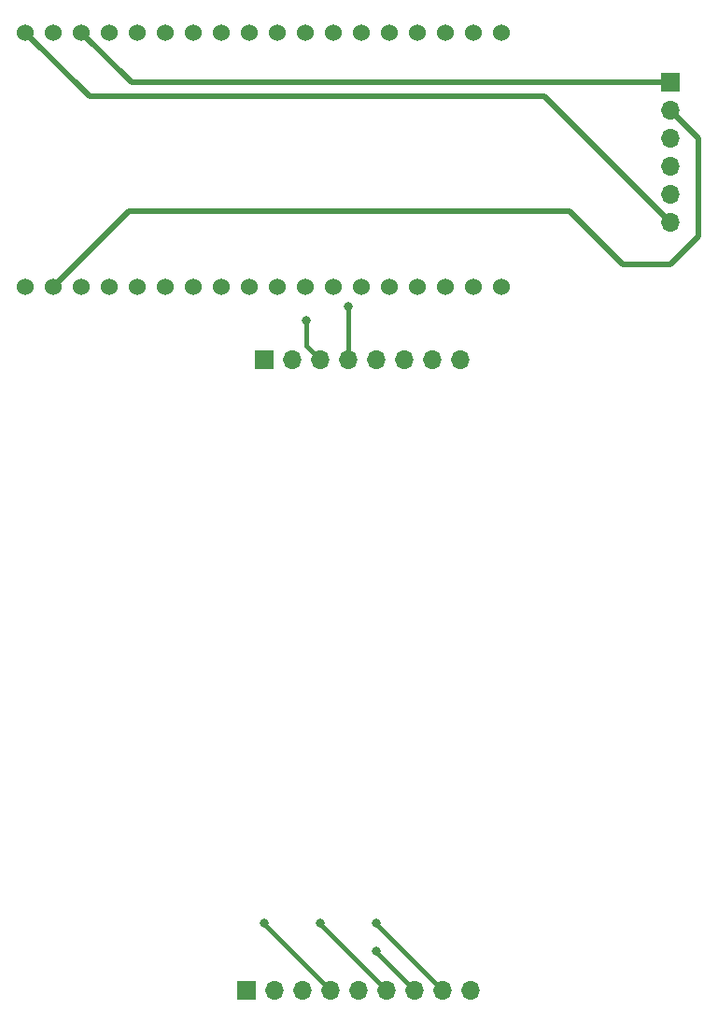
<source format=gbr>
%TF.GenerationSoftware,KiCad,Pcbnew,7.0.7*%
%TF.CreationDate,2023-09-01T04:07:14-04:00*%
%TF.ProjectId,Lora_Keypad,4c6f7261-5f4b-4657-9970-61642e6b6963,v1*%
%TF.SameCoordinates,Original*%
%TF.FileFunction,Copper,L1,Top*%
%TF.FilePolarity,Positive*%
%FSLAX46Y46*%
G04 Gerber Fmt 4.6, Leading zero omitted, Abs format (unit mm)*
G04 Created by KiCad (PCBNEW 7.0.7) date 2023-09-01 04:07:14*
%MOMM*%
%LPD*%
G01*
G04 APERTURE LIST*
%TA.AperFunction,ComponentPad*%
%ADD10R,1.700000X1.700000*%
%TD*%
%TA.AperFunction,ComponentPad*%
%ADD11O,1.700000X1.700000*%
%TD*%
%TA.AperFunction,ComponentPad*%
%ADD12C,1.524000*%
%TD*%
%TA.AperFunction,ViaPad*%
%ADD13C,0.800000*%
%TD*%
%TA.AperFunction,Conductor*%
%ADD14C,0.500000*%
%TD*%
%TA.AperFunction,Conductor*%
%ADD15C,0.400000*%
%TD*%
%TA.AperFunction,Conductor*%
%ADD16C,0.250000*%
%TD*%
G04 APERTURE END LIST*
D10*
%TO.P,J1,1,Pin_1*%
%TO.N,+3.3V*%
X173990000Y-54610000D03*
D11*
%TO.P,J1,2,Pin_2*%
%TO.N,+5V*%
X173990000Y-57150000D03*
%TO.P,J1,3,Pin_3*%
%TO.N,Net-(J1-Pin_3)*%
X173990000Y-59690000D03*
%TO.P,J1,4,Pin_4*%
%TO.N,Net-(J1-Pin_4)*%
X173990000Y-62230000D03*
%TO.P,J1,5,Pin_5*%
%TO.N,Net-(J1-Pin_5)*%
X173990000Y-64770000D03*
%TO.P,J1,6,Pin_6*%
%TO.N,GND*%
X173990000Y-67310000D03*
%TD*%
D12*
%TO.P,U1,1,GND*%
%TO.N,unconnected-(U1-GND-Pad1)*%
X115540000Y-73130000D03*
%TO.P,U1,2,5V*%
%TO.N,+5V*%
X118080000Y-73130000D03*
%TO.P,U1,3,3V3*%
%TO.N,unconnected-(U1-3V3-Pad3)*%
X120620000Y-73130000D03*
%TO.P,U1,4,GND*%
%TO.N,unconnected-(U1-GND-Pad4)*%
X123160000Y-73130000D03*
%TO.P,U1,5,U0_RX/GPIO3*%
%TO.N,unconnected-(U1-U0_RX{slash}GPIO3-Pad5)*%
X125700000Y-73130000D03*
%TO.P,U1,6,U0_TX/GPIO1*%
%TO.N,unconnected-(U1-U0_TX{slash}GPIO1-Pad6)*%
X128240000Y-73130000D03*
%TO.P,U1,7,RST*%
%TO.N,unconnected-(U1-RST-Pad7)*%
X130780000Y-73130000D03*
%TO.P,U1,8,PRG_BUTTON/TOUCH1/ADC2_1/GPIO0*%
%TO.N,unconnected-(U1-PRG_BUTTON{slash}TOUCH1{slash}ADC2_1{slash}GPIO0-Pad8)*%
X133320000Y-73130000D03*
%TO.P,U1,9,U0_RTS/V_SPI_WP/SCL/GPIO22*%
%TO.N,R2*%
X135860000Y-73130000D03*
%TO.P,U1,10,LORA_MISO/U0_CTS/V_SPI_Q/GPIO19*%
%TO.N,unconnected-(U1-LORA_MISO{slash}U0_CTS{slash}V_SPI_Q{slash}GPIO19-Pad10)*%
X138400000Y-73130000D03*
%TO.P,U1,11,V_SPI_D/GPIO23*%
%TO.N,R3*%
X140940000Y-73130000D03*
%TO.P,U1,12,LORA_CS/V_SPI_CLK/GPIO18*%
%TO.N,unconnected-(U1-LORA_CS{slash}V_SPI_CLK{slash}GPIO18-Pad12)*%
X143480000Y-73130000D03*
%TO.P,U1,13,LORA_SCK/V_SPI_CS0/GPIO5*%
%TO.N,unconnected-(U1-LORA_SCK{slash}V_SPI_CS0{slash}GPIO5-Pad13)*%
X146020000Y-73130000D03*
%TO.P,U1,14,OLED_SCL/TOUCH3/HSPI_CS0/ADC2_3/GPIO15*%
%TO.N,unconnected-(U1-OLED_SCL{slash}TOUCH3{slash}HSPI_CS0{slash}ADC2_3{slash}GPIO15-Pad14)*%
X148560000Y-73130000D03*
%TO.P,U1,15,TOUCH2/HSPI_WP/ADC2_2/GPIO2*%
%TO.N,Net-(J1-Pin_5)*%
X151100000Y-73130000D03*
%TO.P,U1,16,OLED_SDA/TOUCH0/HSPI_HD/ADC2_0/GPIO4*%
%TO.N,unconnected-(U1-OLED_SDA{slash}TOUCH0{slash}HSPI_HD{slash}ADC2_0{slash}GPIO4-Pad16)*%
X153640000Y-73130000D03*
%TO.P,U1,17,U2_TX/GPIO17*%
%TO.N,R4*%
X156180000Y-73130000D03*
%TO.P,U1,18,OLED_RST/U2_RX/GPIO16*%
%TO.N,unconnected-(U1-OLED_RST{slash}U2_RX{slash}GPIO16-Pad18)*%
X158720000Y-73130000D03*
%TO.P,U1,19,V_SPI_HD/SDA/GPIO21*%
%TO.N,Net-(J1-Pin_4)*%
X158720000Y-50100000D03*
%TO.P,U1,20,TOUCH4/ADC2_4/GPIO13*%
%TO.N,R1*%
X156180000Y-50100000D03*
%TO.P,U1,21,TOUCH5/ADC2_5/GPIO12*%
%TO.N,C3*%
X153640000Y-50100000D03*
%TO.P,U1,22,LORA_RST/TOUCH6/ADC2_6/GPIO14*%
%TO.N,unconnected-(U1-LORA_RST{slash}TOUCH6{slash}ADC2_6{slash}GPIO14-Pad22)*%
X151100000Y-50100000D03*
%TO.P,U1,23,LORA_MOSI/TOUCH7/ADC2_7/GPIO27*%
%TO.N,unconnected-(U1-LORA_MOSI{slash}TOUCH7{slash}ADC2_7{slash}GPIO27-Pad23)*%
X148560000Y-50100000D03*
%TO.P,U1,24,LORA_DIO0/DAC1/ADC2_9/GPIO26*%
%TO.N,unconnected-(U1-LORA_DIO0{slash}DAC1{slash}ADC2_9{slash}GPIO26-Pad24)*%
X146020000Y-50100000D03*
%TO.P,U1,25,LED/DAC2/ADC2_8/GPIO25*%
%TO.N,unconnected-(U1-LED{slash}DAC2{slash}ADC2_8{slash}GPIO25-Pad25)*%
X143480000Y-50100000D03*
%TO.P,U1,26,LORA_DIO1/XTAL32/TOUCH8/ADC1_5/GPIO33*%
%TO.N,C2*%
X140940000Y-50100000D03*
%TO.P,U1,27,LORA_DIO2/XTAL32/TOUCH9/ADC1_4/GPIO32*%
%TO.N,C1*%
X138400000Y-50100000D03*
%TO.P,U1,28,ADC1_7/GPIO35*%
%TO.N,Net-(J1-Pin_3)*%
X135860000Y-50100000D03*
%TO.P,U1,29,ADC1_6/GPIO34*%
%TO.N,unconnected-(U1-ADC1_6{slash}GPIO34-Pad29)*%
X133320000Y-50100000D03*
%TO.P,U1,30,ADC1_3/GPIO39*%
%TO.N,unconnected-(U1-ADC1_3{slash}GPIO39-Pad30)*%
X130780000Y-50100000D03*
%TO.P,U1,31,ADC1_2/GPIO38*%
%TO.N,unconnected-(U1-ADC1_2{slash}GPIO38-Pad31)*%
X128240000Y-50100000D03*
%TO.P,U1,32,ADC1_1/GPIO37*%
%TO.N,unconnected-(U1-ADC1_1{slash}GPIO37-Pad32)*%
X125700000Y-50100000D03*
%TO.P,U1,33,ADC1_0/GPIO36*%
%TO.N,unconnected-(U1-ADC1_0{slash}GPIO36-Pad33)*%
X123160000Y-50100000D03*
%TO.P,U1,34,3V3*%
%TO.N,+3.3V*%
X120620000Y-50100000D03*
%TO.P,U1,35,5V*%
%TO.N,unconnected-(U1-5V-Pad35)*%
X118080000Y-50100000D03*
%TO.P,U1,36,GND*%
%TO.N,GND*%
X115540000Y-50100000D03*
%TD*%
D10*
%TO.P,U2,A1,C1*%
%TO.N,C1*%
X137160000Y-79760000D03*
D11*
%TO.P,U2,A2,C2*%
%TO.N,C2*%
X139700000Y-79760000D03*
%TO.P,U2,A3,C3*%
%TO.N,C3*%
X142240000Y-79760000D03*
%TO.P,U2,A4,R1*%
%TO.N,R1*%
X144780000Y-79760000D03*
%TO.P,U2,A5,R2*%
%TO.N,R2*%
X147320000Y-79760000D03*
%TO.P,U2,A6,R3*%
%TO.N,R3*%
X149860000Y-79760000D03*
%TO.P,U2,A7,R4*%
%TO.N,R4*%
X152400000Y-79760000D03*
%TO.P,U2,A8,NC*%
%TO.N,unconnected-(U2-NC-PadA8)*%
X154940000Y-79760000D03*
D10*
%TO.P,U2,B1,NC*%
%TO.N,unconnected-(U2-NC-PadB1)*%
X135572500Y-136910000D03*
D11*
%TO.P,U2,B2,C2*%
%TO.N,C2*%
X138112500Y-136910000D03*
%TO.P,U2,B3,R1*%
%TO.N,R1*%
X140652500Y-136910000D03*
%TO.P,U2,B4,C1*%
%TO.N,C1*%
X143192500Y-136910000D03*
%TO.P,U2,B5,R4*%
%TO.N,R4*%
X145732500Y-136910000D03*
%TO.P,U2,B6,C3*%
%TO.N,C3*%
X148272500Y-136910000D03*
%TO.P,U2,B7,R3*%
%TO.N,R3*%
X150812500Y-136910000D03*
%TO.P,U2,B8,R2*%
%TO.N,R2*%
X153352500Y-136910000D03*
%TO.P,U2,B9,NC*%
%TO.N,unconnected-(U2-NC-PadB9)*%
X155892500Y-136910000D03*
%TD*%
D13*
%TO.N,R2*%
X147320000Y-130810000D03*
%TO.N,R3*%
X147320000Y-133350000D03*
%TO.N,R1*%
X144780000Y-74930000D03*
%TO.N,C3*%
X140970000Y-76200000D03*
X142240000Y-130810000D03*
%TO.N,C1*%
X137160000Y-130810000D03*
%TD*%
D14*
%TO.N,+5V*%
X176530000Y-68580000D02*
X176530000Y-59690000D01*
X173990000Y-71120000D02*
X176530000Y-68580000D01*
X169680000Y-71120000D02*
X173990000Y-71120000D01*
X164850000Y-66290000D02*
X169680000Y-71120000D01*
X176530000Y-59690000D02*
X173990000Y-57150000D01*
%TO.N,GND*%
X121320000Y-55880000D02*
X115540000Y-50100000D01*
X162560000Y-55880000D02*
X121320000Y-55880000D01*
X173990000Y-67310000D02*
X162560000Y-55880000D01*
%TO.N,+5V*%
X124920000Y-66290000D02*
X118080000Y-73130000D01*
X164850000Y-66290000D02*
X124920000Y-66290000D01*
%TO.N,+3.3V*%
X125130000Y-54610000D02*
X120620000Y-50100000D01*
X173990000Y-54610000D02*
X125130000Y-54610000D01*
D15*
%TO.N,R2*%
X153352500Y-136910000D02*
X147320000Y-130877500D01*
X147320000Y-130877500D02*
X147320000Y-130810000D01*
D16*
%TO.N,R3*%
X147320000Y-133417500D02*
X147320000Y-133350000D01*
D15*
X150812500Y-136910000D02*
X147320000Y-133417500D01*
%TO.N,R1*%
X144780000Y-79760000D02*
X144780000Y-74930000D01*
%TO.N,C3*%
X142240000Y-130877500D02*
X142240000Y-130810000D01*
X148272500Y-136910000D02*
X142240000Y-130877500D01*
X140970000Y-78490000D02*
X142240000Y-79760000D01*
X140970000Y-76200000D02*
X140970000Y-78490000D01*
%TO.N,C1*%
X137160000Y-130877500D02*
X137160000Y-130810000D01*
X143192500Y-136910000D02*
X137160000Y-130877500D01*
%TD*%
M02*

</source>
